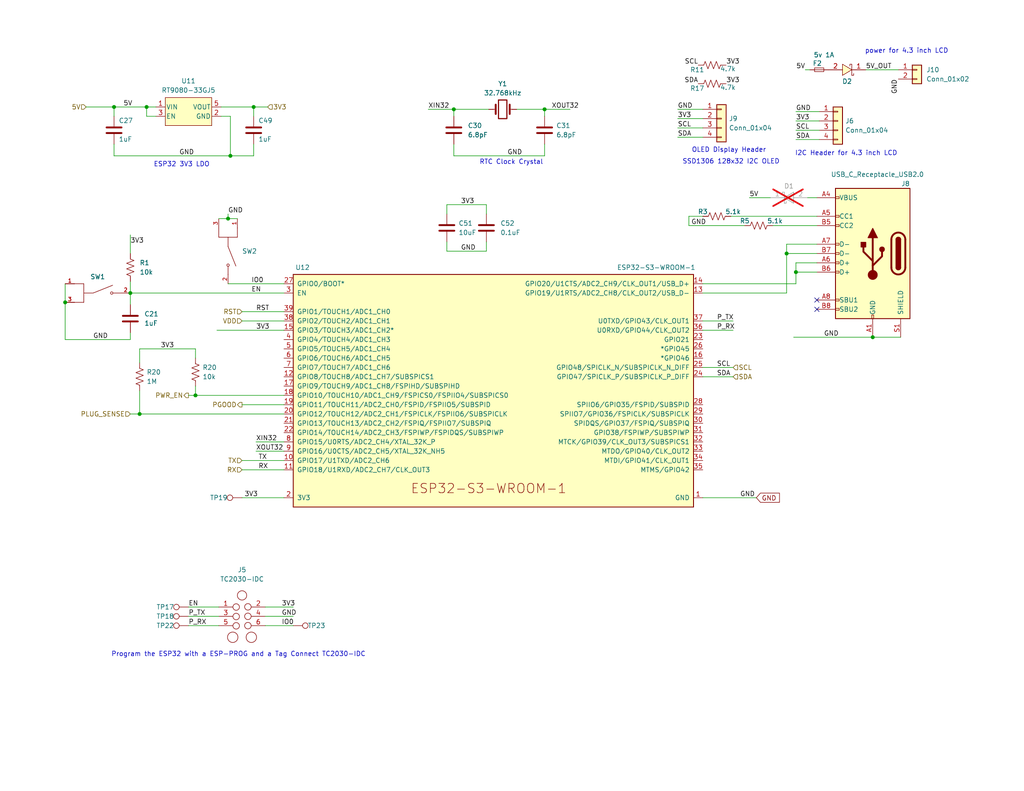
<source format=kicad_sch>
(kicad_sch (version 20231120) (generator "eeschema") (generator_version "8.0")
  (paper "A")
  (title_block (title "BM1366 bitaxe") (date "2023-10-25") (rev "203"))
  (lib_symbols
    (symbol "Connector:TestPoint" (pin_numbers hide) (pin_names (offset 0.762) hide)
      (property "Reference" "TP" (at 0 6.858 0))
      (property "Value" "TestPoint" (at 0 5.08 0))
      (symbol "TestPoint_0_1"
        (circle (center 0 3.302) (radius 0.762))
      )
      (symbol "TestPoint_1_1"
        (pin passive line (at 0 0 90) (length 2.54) (name "1") (number "1"))
      )
    )
    (symbol "Connector:USB_C_Receptacle_USB2.0" (pin_names (offset 1.016))
      (property "Reference" "J" (at -10.16 19.05 0))
      (property "Value" "USB_C_Receptacle_USB2.0" (at 19.05 19.05 0))
      (symbol "USB_C_Receptacle_USB2.0_0_0"
        (rectangle (start -0.254 -17.78) (end 0.254 -16.764))
        (rectangle (start 10.16 -14.986) (end 9.144 -15.494))
        (rectangle (start 10.16 -12.446) (end 9.144 -12.954))
        (rectangle (start 10.16 -4.826) (end 9.144 -5.334))
        (rectangle (start 10.16 -2.286) (end 9.144 -2.794))
        (rectangle (start 10.16 0.254) (end 9.144 -0.254))
        (rectangle (start 10.16 2.794) (end 9.144 2.286))
        (rectangle (start 10.16 7.874) (end 9.144 7.366))
        (rectangle (start 10.16 10.414) (end 9.144 9.906))
        (rectangle (start 10.16 15.494) (end 9.144 14.986))
      )
      (symbol "USB_C_Receptacle_USB2.0_0_1"
        (rectangle (start -10.16 17.78) (end 10.16 -17.78) (stroke (width 0.254)) (fill (type background)))
        (arc (start -8.89 -3.81) (mid -6.985 -5.7067) (end -5.08 -3.81) (stroke (width 0.508)))
        (arc (start -7.62 -3.81) (mid -6.985 -4.4423) (end -6.35 -3.81) (stroke (width 0.254)))
        (arc (start -7.62 -3.81) (mid -6.985 -4.4423) (end -6.35 -3.81) (stroke (width 0.254)) (fill (type outline)))
        (rectangle (start -7.62 -3.81) (end -6.35 3.81) (stroke (width 0.254)) (fill (type outline)))
        (arc (start -6.35 3.81) (mid -6.985 4.4423) (end -7.62 3.81) (stroke (width 0.254)))
        (arc (start -6.35 3.81) (mid -6.985 4.4423) (end -7.62 3.81) (stroke (width 0.254)) (fill (type outline)))
        (arc (start -5.08 3.81) (mid -6.985 5.7067) (end -8.89 3.81) (stroke (width 0.508)))
        (circle (center -2.54 1.143) (radius 0.635) (stroke (width 0.254)) (fill (type outline)))
        (circle (center 0 -5.842) (radius 1.27) (fill (type outline)))
        (polyline (pts (xy -8.89 -3.81) (xy -8.89 3.81)) (stroke (width 0.508)))
        (polyline (pts (xy -5.08 3.81) (xy -5.08 -3.81)) (stroke (width 0.508)))
        (polyline (pts (xy 0 -5.842) (xy 0 4.318)) (stroke (width 0.508)))
        (polyline (pts (xy 0 -3.302) (xy -2.54 -0.762) (xy -2.54 0.508)) (stroke (width 0.508)))
        (polyline (pts (xy 0 -2.032) (xy 2.54 0.508) (xy 2.54 1.778)) (stroke (width 0.508)))
        (polyline (pts (xy -1.27 4.318) (xy 0 6.858) (xy 1.27 4.318) (xy -1.27 4.318)) (stroke (width 0.254)) (fill (type outline)))
        (rectangle (start 1.905 1.778) (end 3.175 3.048) (stroke (width 0.254)) (fill (type outline)))
      )
      (symbol "USB_C_Receptacle_USB2.0_1_1"
        (pin passive line (at 0 -22.86 90) (length 5.08) (name "GND") (number "A1"))
        (pin passive line (at 0 -22.86 90) (length 5.08) hide (name "GND") (number "A12"))
        (pin passive line (at 15.24 15.24 180) (length 5.08) (name "VBUS") (number "A4"))
        (pin bidirectional line (at 15.24 10.16 180) (length 5.08) (name "CC1") (number "A5"))
        (pin bidirectional line (at 15.24 -2.54 180) (length 5.08) (name "D+") (number "A6"))
        (pin bidirectional line (at 15.24 2.54 180) (length 5.08) (name "D-") (number "A7"))
        (pin bidirectional line (at 15.24 -12.7 180) (length 5.08) (name "SBU1") (number "A8"))
        (pin passive line (at 15.24 15.24 180) (length 5.08) hide (name "VBUS") (number "A9"))
        (pin passive line (at 0 -22.86 90) (length 5.08) hide (name "GND") (number "B1"))
        (pin passive line (at 0 -22.86 90) (length 5.08) hide (name "GND") (number "B12"))
        (pin passive line (at 15.24 15.24 180) (length 5.08) hide (name "VBUS") (number "B4"))
        (pin bidirectional line (at 15.24 7.62 180) (length 5.08) (name "CC2") (number "B5"))
        (pin bidirectional line (at 15.24 -5.08 180) (length 5.08) (name "D+") (number "B6"))
        (pin bidirectional line (at 15.24 0 180) (length 5.08) (name "D-") (number "B7"))
        (pin bidirectional line (at 15.24 -15.24 180) (length 5.08) (name "SBU2") (number "B8"))
        (pin passive line (at 15.24 15.24 180) (length 5.08) hide (name "VBUS") (number "B9"))
        (pin passive line (at -7.62 -22.86 90) (length 5.08) (name "SHIELD") (number "S1"))
      )
    )
    (symbol "Connector_Generic:Conn_01x02" (pin_names (offset 1.016) hide)
      (property "Reference" "J" (at 0 2.54 0))
      (property "Value" "Conn_01x02" (at 0 -5.08 0))
      (symbol "Conn_01x02_1_1"
        (rectangle (start -1.27 -2.413) (end 0 -2.667) (stroke (width 0.1524)))
        (rectangle (start -1.27 0.127) (end 0 -0.127) (stroke (width 0.1524)))
        (rectangle (start -1.27 1.27) (end 1.27 -3.81) (stroke (width 0.254)) (fill (type background)))
        (pin passive line (at -5.08 0 0) (length 3.81) (name "Pin_1") (number "1"))
        (pin passive line (at -5.08 -2.54 0) (length 3.81) (name "Pin_2") (number "2"))
      )
    )
    (symbol "Connector_Generic:Conn_01x04" (pin_names (offset 1.016) hide)
      (property "Reference" "J" (at 0 5.08 0))
      (property "Value" "Conn_01x04" (at 0 -7.62 0))
      (symbol "Conn_01x04_1_1"
        (rectangle (start -1.27 -4.953) (end 0 -5.207) (stroke (width 0.1524)))
        (rectangle (start -1.27 -2.413) (end 0 -2.667) (stroke (width 0.1524)))
        (rectangle (start -1.27 0.127) (end 0 -0.127) (stroke (width 0.1524)))
        (rectangle (start -1.27 2.667) (end 0 2.413) (stroke (width 0.1524)))
        (rectangle (start -1.27 3.81) (end 1.27 -6.35) (stroke (width 0.254)) (fill (type background)))
        (pin passive line (at -5.08 2.54 0) (length 3.81) (name "Pin_1") (number "1"))
        (pin passive line (at -5.08 0 0) (length 3.81) (name "Pin_2") (number "2"))
        (pin passive line (at -5.08 -2.54 0) (length 3.81) (name "Pin_3") (number "3"))
        (pin passive line (at -5.08 -5.08 0) (length 3.81) (name "Pin_4") (number "4"))
      )
    )
    (symbol "Device:C" (pin_numbers hide) (pin_names (offset 0.254))
      (property "Reference" "C" (at 0.635 2.54 0))
      (property "Value" "C" (at 0.635 -2.54 0))
      (symbol "C_0_1"
        (polyline (pts (xy -2.032 -0.762) (xy 2.032 -0.762)) (stroke (width 0.508)))
        (polyline (pts (xy -2.032 0.762) (xy 2.032 0.762)) (stroke (width 0.508)))
      )
      (symbol "C_1_1"
        (pin passive line (at 0 3.81 270) (length 2.794) (name "~") (number "1"))
        (pin passive line (at 0 -3.81 90) (length 2.794) (name "~") (number "2"))
      )
    )
    (symbol "Device:Crystal" (pin_numbers hide) (pin_names (offset 1.016) hide)
      (property "Reference" "Y" (at 0 3.81 0))
      (property "Value" "Crystal" (at 0 -3.81 0))
      (symbol "Crystal_0_1"
        (rectangle (start -1.143 2.54) (end 1.143 -2.54) (stroke (width 0.3048)))
        (polyline (pts (xy -2.54 0) (xy -1.905 0)))
        (polyline (pts (xy -1.905 -1.27) (xy -1.905 1.27)) (stroke (width 0.508)))
        (polyline (pts (xy 1.905 -1.27) (xy 1.905 1.27)) (stroke (width 0.508)))
        (polyline (pts (xy 2.54 0) (xy 1.905 0)))
      )
      (symbol "Crystal_1_1"
        (pin passive line (at -3.81 0 0) (length 1.27) (name "1") (number "1"))
        (pin passive line (at 3.81 0 180) (length 1.27) (name "2") (number "2"))
      )
    )
    (symbol "Device:Fuse_Small" (pin_numbers hide) (pin_names (offset 0.254) hide)
      (property "Reference" "F" (at 0 -1.524 0))
      (property "Value" "Fuse_Small" (at 0 1.524 0))
      (symbol "Fuse_Small_0_1"
        (rectangle (start -1.27 0.508) (end 1.27 -0.508))
        (polyline (pts (xy -1.27 0) (xy 1.27 0)))
      )
      (symbol "Fuse_Small_1_1"
        (pin passive line (at -2.54 0 0) (length 1.27) (name "~") (number "1"))
        (pin passive line (at 2.54 0 180) (length 1.27) (name "~") (number "2"))
      )
    )
    (symbol "Device:R_US" (pin_numbers hide) (pin_names (offset 0))
      (property "Reference" "R" (at 2.54 0 90))
      (property "Value" "R_US" (at -2.54 0 90))
      (symbol "R_US_0_1"
        (polyline (pts (xy 0 -2.286) (xy 0 -2.54)))
        (polyline (pts (xy 0 2.286) (xy 0 2.54)))
        (polyline (pts (xy 0 -0.762) (xy 1.016 -1.143) (xy 0 -1.524) (xy -1.016 -1.905) (xy 0 -2.286)))
        (polyline (pts (xy 0 0.762) (xy 1.016 0.381) (xy 0 0) (xy -1.016 -0.381) (xy 0 -0.762)))
        (polyline (pts (xy 0 2.286) (xy 1.016 1.905) (xy 0 1.524) (xy -1.016 1.143) (xy 0 0.762)))
      )
      (symbol "R_US_1_1"
        (pin passive line (at 0 3.81 270) (length 1.27) (name "~") (number "1"))
        (pin passive line (at 0 -3.81 90) (length 1.27) (name "~") (number "2"))
      )
    )
    (symbol "TL3340AF160QG:TL3340AF160QG" (pin_names (offset 1.016))
      (property "Reference" "S" (at -2.54 2.54 0))
      (property "Value" "TL3340AF160QG" (at -2.54 -2.54 0))
      (symbol "TL3340AF160QG_0_0"
        (polyline (pts (xy -5.08 -2.54) (xy -7.62 -2.54)) (stroke (width 0.1524)))
        (polyline (pts (xy -5.08 2.54) (xy -7.62 2.54)) (stroke (width 0.1524)))
        (polyline (pts (xy -5.08 2.54) (xy -5.08 -2.54)) (stroke (width 0.1524)))
        (polyline (pts (xy -2.54 0) (xy -5.08 0)) (stroke (width 0.1524)))
        (polyline (pts (xy -2.54 0) (xy 2.794 2.1336)) (stroke (width 0.1524)))
        (polyline (pts (xy 5.08 0) (xy 2.921 0)) (stroke (width 0.1524)))
        (circle (center 2.54 0) (radius 0.3302) (stroke (width 0.1524)))
        (pin passive line (at -10.16 2.54 0) (length 2.54) (name "~") (number "1"))
        (pin passive line (at 7.62 0 180) (length 2.54) (name "~") (number "2"))
        (pin passive line (at -10.16 -2.54 0) (length 2.54) (name "~") (number "3"))
      )
    )
    (symbol "bitaxe:ESP32-S3-WROOM-1" (pin_names (offset 1.016))
      (property "Reference" "U12" (at -50.8 34.925 0))
      (property "Value" "ESP32-S3-WROOM-1" (at 45.72 34.925 0))
      (symbol "ESP32-S3-WROOM-1_0_0"
        (rectangle (start -53.34 33.02) (end 55.88 -30.48) (stroke (width 0.254)) (fill (type background)))
        (text "ESP32-S3-WROOM-1" (at 0 -25.4 0) (effects (font (size 2.54 2.54))))
        (pin power_in line (at 58.42 -27.94 180) (length 2.54) (name "GND") (number "1"))
        (pin bidirectional line (at -55.88 -17.78 0) (length 2.54) (name "GPIO17/U1TXD/ADC2_CH6") (number "10"))
        (pin bidirectional line (at -55.88 -20.32 0) (length 2.54) (name "GPIO18/U1RXD/ADC2_CH7/CLK_OUT3") (number "11"))
        (pin bidirectional line (at -55.88 5.08 0) (length 2.54) (name "GPIO8/TOUCH8/ADC1_CH7/SUBSPICS1") (number "12"))
        (pin bidirectional line (at 58.42 27.94 180) (length 2.54) (name "GPIO19/U1RTS/ADC2_CH8/CLK_OUT2/USB_D-") (number "13"))
        (pin bidirectional line (at 58.42 30.48 180) (length 2.54) (name "GPIO20/U1CTS/ADC2_CH9/CLK_OUT1/USB_D+") (number "14"))
        (pin bidirectional line (at -55.88 17.78 0) (length 2.54) (name "GPIO3/TOUCH3/ADC1_CH2*") (number "15"))
        (pin bidirectional line (at 58.42 10.16 180) (length 2.54) (name "*GPIO46") (number "16"))
        (pin bidirectional line (at -55.88 2.54 0) (length 2.54) (name "GPIO9/TOUCH9/ADC1_CH8/FSPIHD/SUBSPIHD") (number "17"))
        (pin bidirectional line (at -55.88 0 0) (length 2.54) (name "GPIO10/TOUCH10/ADC1_CH9/FSPICS0/FSPIIO4/SUBSPICS0") (number "18"))
        (pin bidirectional line (at -55.88 -2.54 0) (length 2.54) (name "GPIO11/TOUCH11/ADC2_CH0/FSPID/FSPIIO5/SUBSPID") (number "19"))
        (pin power_in line (at -55.88 -27.94 0) (length 2.54) (name "3V3") (number "2"))
        (pin bidirectional line (at -55.88 -5.08 0) (length 2.54) (name "GPIO12/TOUCH12/ADC2_CH1/FSPICLK/FSPIIO6/SUBSPICLK") (number "20"))
        (pin bidirectional line (at -55.88 -7.62 0) (length 2.54) (name "GPIO13/TOUCH13/ADC2_CH2/FSPIQ/FSPIIO7/SUBSPIQ") (number "21"))
        (pin bidirectional line (at -55.88 -10.16 0) (length 2.54) (name "GPIO14/TOUCH14/ADC2_CH3/FSPIWP/FSPIDQS/SUBSPIWP") (number "22"))
        (pin bidirectional line (at 58.42 15.24 180) (length 2.54) (name "GPIO21") (number "23"))
        (pin bidirectional line (at 58.42 5.08 180) (length 2.54) (name "GPIO47/SPICLK_P/SUBSPICLK_P_DIFF") (number "24"))
        (pin bidirectional line (at 58.42 7.62 180) (length 2.54) (name "GPIO48/SPICLK_N/SUBSPICLK_N_DIFF") (number "25"))
        (pin bidirectional line (at 58.42 12.7 180) (length 2.54) (name "*GPIO45") (number "26"))
        (pin bidirectional line (at -55.88 30.48 0) (length 2.54) (name "GPIO0/BOOT*") (number "27"))
        (pin bidirectional line (at 58.42 -2.54 180) (length 2.54) (name "SPIIO6/GPIO35/FSPID/SUBSPID") (number "28"))
        (pin bidirectional line (at 58.42 -5.08 180) (length 2.54) (name "SPIIO7/GPIO36/FSPICLK/SUBSPICLK") (number "29"))
        (pin input line (at -55.88 27.94 0) (length 2.54) (name "EN") (number "3"))
        (pin bidirectional line (at 58.42 -7.62 180) (length 2.54) (name "SPIDQS/GPIO37/FSPIQ/SUBSPIQ") (number "30"))
        (pin bidirectional line (at 58.42 -10.16 180) (length 2.54) (name "GPIO38/FSPIWP/SUBSPIWP") (number "31"))
        (pin bidirectional line (at 58.42 -12.7 180) (length 2.54) (name "MTCK/GPIO39/CLK_OUT3/SUBSPICS1") (number "32"))
        (pin bidirectional line (at 58.42 -15.24 180) (length 2.54) (name "MTDO/GPIO40/CLK_OUT2") (number "33"))
        (pin bidirectional line (at 58.42 -17.78 180) (length 2.54) (name "MTDI/GPIO41/CLK_OUT1") (number "34"))
        (pin bidirectional line (at 58.42 -20.32 180) (length 2.54) (name "MTMS/GPIO42") (number "35"))
        (pin bidirectional line (at 58.42 17.78 180) (length 2.54) (name "U0RXD/GPIO44/CLK_OUT2") (number "36"))
        (pin bidirectional line (at 58.42 20.32 180) (length 2.54) (name "U0TXD/GPIO43/CLK_OUT1") (number "37"))
        (pin bidirectional line (at -55.88 20.32 0) (length 2.54) (name "GPIO2/TOUCH2/ADC1_CH1") (number "38"))
        (pin bidirectional line (at -55.88 22.86 0) (length 2.54) (name "GPIO1/TOUCH1/ADC1_CH0") (number "39"))
        (pin bidirectional line (at -55.88 15.24 0) (length 2.54) (name "GPIO4/TOUCH4/ADC1_CH3") (number "4"))
        (pin passive line (at 58.42 -27.94 180) (length 2.54) hide (name "GND") (number "40"))
        (pin passive line (at 58.42 -27.94 180) (length 2.54) hide (name "GND") (number "41"))
        (pin bidirectional line (at -55.88 12.7 0) (length 2.54) (name "GPIO5/TOUCH5/ADC1_CH4") (number "5"))
        (pin bidirectional line (at -55.88 10.16 0) (length 2.54) (name "GPIO6/TOUCH6/ADC1_CH5") (number "6"))
        (pin bidirectional line (at -55.88 7.62 0) (length 2.54) (name "GPIO7/TOUCH7/ADC1_CH6") (number "7"))
        (pin bidirectional line (at -55.88 -12.7 0) (length 2.54) (name "GPIO15/U0RTS/ADC2_CH4/XTAL_32K_P") (number "8"))
        (pin bidirectional line (at -55.88 -15.24 0) (length 2.54) (name "GPIO16/U0CTS/ADC2_CH5/XTAL_32K_NH5") (number "9"))
      )
    )
    (symbol "bitaxe:RT9080-33GJ5" (pin_names (offset 0.254))
      (property "Reference" "U" (at -6.35 5.08 0))
      (property "Value" "RT9080-33GJ5" (at 0 -5.08 0))
      (symbol "RT9080-33GJ5_1_1"
        (rectangle (start -6.35 3.81) (end 6.35 -3.81) (stroke (width 0.1524)) (fill (type background)))
        (pin power_in line (at -8.89 1.27 0) (length 2.54) (name "VIN") (number "1"))
        (pin power_in line (at 8.89 -1.27 180) (length 2.54) (name "GND") (number "2"))
        (pin input line (at -8.89 -1.27 0) (length 2.54) (name "EN") (number "3"))
        (pin no_connect line (at 0 6.35 270) (length 2.54) hide (name "NC") (number "4"))
        (pin output line (at 8.89 1.27 180) (length 2.54) (name "VOUT") (number "5"))
      )
    )
    (symbol "bitaxe:TC2030-IDC-NL" (pin_names (offset 1.016) hide)
      (property "Reference" "J5" (at 0 12.7 0))
      (property "Value" "TC2030-IDC" (at 0 10.16 0))
      (symbol "TC2030-IDC-NL_0_1"
        (circle (center -2.54 -5.715) (radius 1.4224))
        (circle (center -1.6002 2.54) (radius 0.889))
        (circle (center 0 5.715) (radius 1.27))
      )
      (symbol "TC2030-IDC-NL_1_1"
        (circle (center -1.6002 -2.5908) (radius 0.889))
        (circle (center -1.6002 -0.0508) (radius 0.889))
        (circle (center 1.6002 -2.54) (radius 0.889))
        (circle (center 1.6002 0) (radius 0.889))
        (circle (center 1.6002 2.5908) (radius 0.889))
        (circle (center 2.54 -5.715) (radius 1.4224))
        (pin passive line (at -6.35 2.54 0) (length 3.81) (name "Pin_1") (number "1"))
        (pin passive line (at 6.35 2.54 180) (length 3.81) (name "Pin_2") (number "2"))
        (pin passive line (at -6.35 0 0) (length 3.81) (name "Pin_3") (number "3"))
        (pin passive line (at 6.35 0 180) (length 3.81) (name "Pin_4") (number "4"))
        (pin passive line (at -6.35 -2.54 0) (length 3.81) (name "Pin_5") (number "5"))
        (pin passive line (at 6.35 -2.54 180) (length 3.81) (name "Pin_6") (number "6"))
      )
    )
    (symbol "lcsc:SS310_C85658"
      (property "Reference" "D" (at 0 5.08 0))
      (property "Value" "SS310_C85658" (at 0 -5.08 0))
      (symbol "SS310_C85658_0_1"
        (polyline (pts (xy -1.27 -1.52) (xy -1.27 1.52)))
        (polyline (pts (xy -1.27 -1.52) (xy -0.76 -1.52) (xy -0.76 -1.02)))
        (polyline (pts (xy -1.27 1.52) (xy -1.78 1.52) (xy -1.78 1.02)))
        (polyline (pts (xy 1.27 1.52) (xy -1.27 0) (xy 1.27 -1.52) (xy 1.27 1.52)) (fill (type background)))
        (pin unspecified line (at -5.08 0 0) (length 3.81) (name "~") (number "1"))
        (pin unspecified line (at 5.08 0 180) (length 3.81) (name "~") (number "2"))
      )
    )
  )
  (junction (at 214.63 69.215))
  (junction (at 123.825 29.845))
  (junction (at 238.125 92.075))
  (junction (at 62.865 42.545))
  (junction (at 217.17 74.295))
  (junction (at 53.34 107.95))
  (junction (at 40.005 29.21))
  (junction (at 148.59 29.845))
  (junction (at 62.23 59.69))
  (junction (at 35.56 80.01))
  (junction (at 38.1 113.03))
  (junction (at 17.78 82.55))
  (junction (at 69.215 29.21))
  (junction (at 31.115 29.21))
  (no_connect (at 222.885 81.915))
  (no_connect (at 222.885 84.455))
  (wire (pts (xy 187.96 59.055) (xy 191.77 59.055)))
  (wire (pts (xy 35.56 113.03) (xy 38.1 113.03)))
  (wire (pts (xy 121.92 55.88) (xy 121.92 58.42)))
  (wire (pts (xy 31.115 29.21) (xy 31.115 31.75)))
  (wire (pts (xy 216.535 92.075) (xy 238.125 92.075)))
  (wire (pts (xy 236.22 19.05) (xy 245.11 19.05)))
  (wire (pts (xy 17.78 77.47) (xy 17.78 82.55)))
  (wire (pts (xy 60.325 31.75) (xy 62.865 31.75)))
  (wire (pts (xy 140.97 29.845) (xy 148.59 29.845)))
  (wire (pts (xy 72.39 168.275) (xy 80.01 168.275)))
  (wire (pts (xy 69.215 39.37) (xy 69.215 42.545)))
  (wire (pts (xy 66.04 110.49) (xy 77.47 110.49)))
  (wire (pts (xy 132.715 68.58) (xy 121.92 68.58)))
  (wire (pts (xy 238.125 92.075) (xy 245.745 92.075)))
  (wire (pts (xy 62.865 31.75) (xy 62.865 42.545)))
  (wire (pts (xy 123.825 42.545) (xy 123.825 39.37)))
  (wire (pts (xy 35.56 76.835) (xy 35.56 80.01)))
  (wire (pts (xy 72.39 165.735) (xy 80.01 165.735)))
  (wire (pts (xy 69.215 29.21) (xy 69.215 31.75)))
  (wire (pts (xy 38.1 99.06) (xy 38.1 95.25)))
  (wire (pts (xy 77.47 125.73) (xy 66.04 125.73)))
  (wire (pts (xy 132.715 66.04) (xy 132.715 68.58)))
  (wire (pts (xy 217.17 30.48) (xy 223.52 30.48)))
  (wire (pts (xy 40.005 29.21) (xy 42.545 29.21)))
  (wire (pts (xy 35.56 80.01) (xy 35.56 83.185)))
  (wire (pts (xy 17.78 82.55) (xy 17.78 92.71)))
  (wire (pts (xy 148.59 29.845) (xy 155.575 29.845)))
  (wire (pts (xy 69.85 120.65) (xy 77.47 120.65)))
  (wire (pts (xy 77.47 85.09) (xy 66.04 85.09)))
  (wire (pts (xy 214.63 69.215) (xy 214.63 80.01)))
  (wire (pts (xy 116.84 29.845) (xy 123.825 29.845)))
  (wire (pts (xy 220.98 19.05) (xy 219.71 19.05)))
  (wire (pts (xy 123.825 42.545) (xy 148.59 42.545)))
  (wire (pts (xy 203.2 61.595) (xy 187.96 61.595)))
  (wire (pts (xy 123.825 29.845) (xy 123.825 31.75)))
  (wire (pts (xy 23.495 29.21) (xy 31.115 29.21)))
  (wire (pts (xy 17.78 92.71) (xy 35.56 92.71)))
  (wire (pts (xy 72.39 170.815) (xy 80.01 170.815)))
  (wire (pts (xy 217.17 74.295) (xy 222.885 74.295)))
  (wire (pts (xy 199.39 59.055) (xy 222.885 59.055)))
  (wire (pts (xy 69.85 123.19) (xy 77.47 123.19)))
  (wire (pts (xy 184.912 29.845) (xy 191.77 29.845)))
  (wire (pts (xy 59.69 59.69) (xy 62.23 59.69)))
  (wire (pts (xy 62.23 58.42) (xy 62.23 59.69)))
  (wire (pts (xy 191.77 90.17) (xy 200.025 90.17)))
  (wire (pts (xy 35.56 80.01) (xy 77.47 80.01)))
  (wire (pts (xy 222.885 66.675) (xy 214.63 66.675)))
  (wire (pts (xy 77.47 128.27) (xy 66.04 128.27)))
  (wire (pts (xy 214.63 69.215) (xy 222.885 69.215)))
  (wire (pts (xy 123.825 29.845) (xy 133.35 29.845)))
  (wire (pts (xy 51.435 170.815) (xy 59.69 170.815)))
  (wire (pts (xy 191.77 102.87) (xy 200.025 102.87)))
  (wire (pts (xy 69.215 29.21) (xy 73.025 29.21)))
  (wire (pts (xy 31.115 29.21) (xy 40.005 29.21)))
  (wire (pts (xy 62.23 59.69) (xy 64.77 59.69)))
  (wire (pts (xy 38.1 113.03) (xy 77.47 113.03)))
  (wire (pts (xy 51.435 107.95) (xy 53.34 107.95)))
  (wire (pts (xy 184.912 34.925) (xy 191.77 34.925)))
  (wire (pts (xy 217.17 38.1) (xy 223.52 38.1)))
  (wire (pts (xy 53.34 107.95) (xy 77.47 107.95)))
  (wire (pts (xy 191.77 135.89) (xy 206.375 135.89)))
  (wire (pts (xy 51.435 168.275) (xy 59.69 168.275)))
  (wire (pts (xy 31.115 42.545) (xy 31.115 39.37)))
  (wire (pts (xy 66.04 87.63) (xy 77.47 87.63)))
  (wire (pts (xy 35.56 90.805) (xy 35.56 92.71)))
  (wire (pts (xy 121.92 68.58) (xy 121.92 66.04)))
  (wire (pts (xy 59.182 90.17) (xy 77.47 90.17)))
  (wire (pts (xy 187.96 61.595) (xy 187.96 59.055)))
  (wire (pts (xy 42.545 31.75) (xy 40.005 31.75)))
  (wire (pts (xy 148.59 29.845) (xy 148.59 31.75)))
  (wire (pts (xy 51.435 165.735) (xy 59.69 165.735)))
  (wire (pts (xy 191.77 77.47) (xy 217.17 77.47)))
  (wire (pts (xy 191.77 100.33) (xy 200.025 100.33)))
  (wire (pts (xy 217.17 74.295) (xy 217.17 71.755)))
  (wire (pts (xy 217.17 77.47) (xy 217.17 74.295)))
  (wire (pts (xy 191.77 87.63) (xy 200.025 87.63)))
  (wire (pts (xy 40.005 31.75) (xy 40.005 29.21)))
  (wire (pts (xy 62.23 77.47) (xy 77.47 77.47)))
  (wire (pts (xy 148.59 39.37) (xy 148.59 42.545)))
  (wire (pts (xy 132.715 55.88) (xy 121.92 55.88)))
  (wire (pts (xy 53.34 105.41) (xy 53.34 107.95)))
  (wire (pts (xy 220.345 53.975) (xy 222.885 53.975)))
  (wire (pts (xy 210.82 61.595) (xy 222.885 61.595)))
  (wire (pts (xy 38.1 95.25) (xy 53.34 95.25)))
  (wire (pts (xy 217.17 71.755) (xy 222.885 71.755)))
  (wire (pts (xy 191.77 80.01) (xy 214.63 80.01)))
  (wire (pts (xy 53.34 97.79) (xy 53.34 95.25)))
  (wire (pts (xy 66.04 135.89) (xy 77.47 135.89)))
  (wire (pts (xy 184.912 37.465) (xy 191.77 37.465)))
  (wire (pts (xy 132.715 58.42) (xy 132.715 55.88)))
  (wire (pts (xy 184.912 32.385) (xy 191.77 32.385)))
  (wire (pts (xy 217.17 33.02) (xy 223.52 33.02)))
  (wire (pts (xy 69.215 42.545) (xy 62.865 42.545)))
  (wire (pts (xy 217.17 35.56) (xy 223.52 35.56)))
  (wire (pts (xy 35.56 64.135) (xy 35.56 69.215)))
  (wire (pts (xy 60.325 29.21) (xy 69.215 29.21)))
  (wire (pts (xy 214.63 66.675) (xy 214.63 69.215)))
  (wire (pts (xy 204.47 53.975) (xy 210.185 53.975)))
  (wire (pts (xy 62.865 42.545) (xy 31.115 42.545)))
  (wire (pts (xy 38.1 106.68) (xy 38.1 113.03)))
  (text "I2C Header for 4.3 inch LCD" (at 216.916 42.672 0) (effects (font (size 1.27 1.27)) (justify left bottom)))
  (text "RTC Clock Crystal" (at 130.81 45.085 0) (effects (font (size 1.27 1.27)) (justify left bottom)))
  (text "ESP32 3V3 LDO" (at 41.91 45.72 0) (effects (font (size 1.27 1.27)) (justify left bottom)))
  (text "Program the ESP32 with a ESP-PROG and a Tag Connect TC2030-IDC" (at 30.353 179.451 0) (effects (font (size 1.27 1.27)) (justify left bottom)))
  (text "SSD1306 128x32 I2C OLED" (at 186.182 44.958 0) (effects (font (size 1.27 1.27)) (justify left bottom)))
  (text "power for 4.3 inch LCD" (at 235.966 14.732 0) (effects (font (size 1.27 1.27)) (justify left bottom)))
  (text "OLED Display Header" (at 188.722 41.783 0) (effects (font (size 1.27 1.27)) (justify left bottom)))
  (label "P_RX" (at 51.435 170.815 0))
  (label "5V_OUT" (at 236.22 19.05 0))
  (label "RST" (at 69.85 85.09 0))
  (label "5V" (at 204.47 53.975 0))
  (label "P_TX" (at 51.435 168.275 0))
  (label "3V3" (at 43.815 95.25 0))
  (label "EN" (at 51.435 165.735 0))
  (label "GND" (at 184.912 29.845 0))
  (label "GND" (at 224.79 92.075 0))
  (label "XOUT32" (at 150.495 29.845 0))
  (label "EN" (at 68.58 80.01 0))
  (label "P_RX" (at 195.58 90.17 0))
  (label "IO0" (at 68.58 77.47 0))
  (label "GND" (at 125.73 68.58 0))
  (label "3V3" (at 66.675 135.89 0))
  (label "SDA" (at 217.17 38.1 0))
  (label "SDA" (at 195.58 102.87 0))
  (label "5V" (at 219.71 19.05 180))
  (label "GND" (at 217.17 30.48 0))
  (label "GND" (at 188.595 61.595 0))
  (label "XIN32" (at 69.85 120.65 0))
  (label "3V3" (at 198.12 17.78 0))
  (label "TX" (at 70.485 125.73 0))
  (label "GND" (at 138.43 42.545 0))
  (label "3V3" (at 76.835 165.735 0))
  (label "3V3" (at 69.85 90.17 0))
  (label "SCL" (at 190.5 17.78 180))
  (label "3V3" (at 217.17 33.02 0))
  (label "IO0" (at 76.835 170.815 0))
  (label "SCL" (at 195.58 100.33 0))
  (label "XOUT32" (at 69.85 123.19 0))
  (label "SCL" (at 184.912 34.925 0))
  (label "XIN32" (at 116.84 29.845 0))
  (label "GND" (at 201.93 135.89 0))
  (label "GND" (at 62.23 58.42 0))
  (label "SDA" (at 184.912 37.465 0))
  (label "3V3" (at 125.73 55.88 0))
  (label "P_TX" (at 195.58 87.63 0))
  (label "3V3" (at 184.912 32.385 0))
  (label "GND" (at 25.4 92.71 0))
  (label "5V" (at 33.655 29.21 0))
  (label "SDA" (at 190.5 22.86 180))
  (label "3V3" (at 198.12 22.86 0))
  (label "GND" (at 76.835 168.275 0))
  (label "GND" (at 48.895 42.545 0))
  (label "3V3" (at 35.56 66.675 0))
  (label "RX" (at 70.485 128.27 0))
  (label "GND" (at 245.11 21.59 270))
  (label "SCL" (at 217.17 35.56 0))
  (global_label "GND" (shape input) (at 206.375 135.89 0) (property "Intersheetrefs" "${INTERSHEET_REFS}" (effects (hide yes))))
  (hierarchical_label "TX" (shape input) (at 66.04 125.73 180))
  (hierarchical_label "RX" (shape input) (at 66.04 128.27 180))
  (hierarchical_label "3V3" (shape input) (at 73.025 29.21 0))
  (hierarchical_label "PLUG_SENSE" (shape input) (at 35.56 113.03 180))
  (hierarchical_label "SCL" (shape input) (at 200.025 100.33 0))
  (hierarchical_label "RST" (shape input) (at 66.04 85.09 180))
  (hierarchical_label "SDA" (shape input) (at 200.025 102.87 0))
  (hierarchical_label "PGOOD" (shape output) (at 66.04 110.49 180))
  (hierarchical_label "PWR_EN" (shape output) (at 51.435 107.95 180))
  (hierarchical_label "5V" (shape input) (at 23.495 29.21 180))
  (hierarchical_label "VDD" (shape input) (at 66.04 87.63 180))
  (symbol (lib_id "Device:C") (at 35.56 86.995 0) (unit 1)
    (property "Reference" "C21" (at 39.37 85.7249 0) (effects (justify left)))
    (property "Value" "1uF" (at 39.37 88.2649 0) (effects (justify left)))
    (property "Footprint" "Capacitor_SMD:C_0402_1005Metric" (effects (hide yes)))
    (property "DK" "587-5514-1-ND" (effects (hide yes)))
    (property "PARTNO" "EMK105BJ105MV-F" (effects (hide yes)))
  )
  (symbol (lib_id "Device:C") (at 123.825 35.56 0) (unit 1)
    (property "Reference" "C30" (at 127.635 34.2899 0) (effects (justify left)))
    (property "Value" "6.8pF" (at 127.635 36.8299 0) (effects (justify left)))
    (property "Footprint" "Capacitor_SMD:C_0402_1005Metric" (effects (hide yes)))
    (property "DK" "399-C0402C689C5GAC7867CT-ND" (effects (hide yes)))
    (property "PARTNO" "C0402C689C5GAC7867" (effects (hide yes)))
  )
  (symbol (lib_id "Device:R_US") (at 207.01 61.595 90) (unit 1)
    (property "Reference" "R5" (at 203.2 60.325 90))
    (property "Value" "5.1k" (at 211.455 60.325 90))
    (property "Footprint" "Resistor_SMD:R_0402_1005Metric" (effects (hide yes)))
    (property "DK" "RMCF0402JT5K10CT-ND" (effects (hide yes)))
    (property "PARTNO" "RMCF0402JT5K10" (effects (hide yes)))
  )
  (symbol (lib_id "Device:C") (at 132.715 62.23 0) (unit 1)
    (property "Reference" "C52" (at 136.525 60.9599 0) (effects (justify left)))
    (property "Value" "0.1uF" (at 136.525 63.4999 0) (effects (justify left)))
    (property "Footprint" "Capacitor_SMD:C_0402_1005Metric" (effects (hide yes)))
    (property "DK" "1292-1639-1-ND" (effects (hide yes)))
    (property "PARTNO" "0402X104K100CT" (effects (hide yes)))
  )
  (symbol (lib_id "Device:R_US") (at 194.31 22.86 90) (unit 1)
    (property "Reference" "R17" (at 190.246 24.13 90))
    (property "Value" "4.7k" (at 198.628 23.876 90))
    (property "Footprint" "Resistor_SMD:R_0402_1005Metric" (effects (hide yes)))
    (property "DK" "RMCF0402JT5K10CT-ND" (effects (hide yes)))
    (property "PARTNO" "RMCF0402JT5K10" (effects (hide yes)))
  )
  (symbol (lib_id "Device:R_US") (at 194.31 17.78 90) (unit 1)
    (property "Reference" "R11" (at 190.246 19.05 90))
    (property "Value" "4.7k" (at 198.628 18.796 90))
    (property "Footprint" "Resistor_SMD:R_0402_1005Metric" (effects (hide yes)))
    (property "DK" "RMCF0402JT5K10CT-ND" (effects (hide yes)))
    (property "PARTNO" "RMCF0402JT5K10" (effects (hide yes)))
  )
  (symbol (lib_id "Device:R_US") (at 38.1 102.87 0) (unit 1)
    (property "Reference" "R20" (at 40.005 101.6 0) (effects (justify left)))
    (property "Value" "1M" (at 40.005 104.14 0) (effects (justify left)))
    (property "Footprint" "Resistor_SMD:R_0402_1005Metric" (effects (hide yes)))
    (property "DK" "311-1.00MLRCT-ND" (effects (hide yes)))
    (property "PARTNO" "RC0402FR-071ML" (effects (hide yes)))
  )
  (symbol (lib_id "Connector_Generic:Conn_01x02") (at 250.19 19.05 0) (unit 1)
    (property "Reference" "J10" (at 252.73 19.0499 0) (effects (justify left)))
    (property "Value" "Conn_01x02" (at 252.73 21.5899 0) (effects (justify left)))
    (property "Footprint" "Connector_PinSocket_2.54mm:PinSocket_1x02_P2.54mm_Vertical" (effects (hide yes)))
    (property "Description" "Generic connector, single row, 01x02, script generated (kicad-library-utils/schlib/autogen/connector/)" (effects (hide yes)))
  )
  (symbol (lib_id "Connector_Generic:Conn_01x04") (at 196.85 32.385 0) (unit 1) (in_bom no)
    (property "Reference" "J9" (at 198.882 32.3849 0) (effects (justify left)))
    (property "Value" "Conn_01x04" (at 198.882 34.9249 0) (effects (justify left)))
    (property "Footprint" "Connector_PinSocket_2.54mm:PinSocket_1x04_P2.54mm_Vertical" (effects (hide yes)))
    (property "DK" "NPTC041KFXC-RC" (effects (hide yes)))
  )
  (symbol (lib_id "TL3340AF160QG:TL3340AF160QG") (at 62.23 69.85 270) (unit 1)
    (property "Reference" "SW2" (at 66.04 68.5799 90) (effects (justify left)))
    (property "Value" "GT-TC029B-H025-L1N" (effects (hide yes)))
    (property "Footprint" "bitaxe:SW_TL3340AF160QG" (effects (hide yes)))
    (property "Datasheet" "https://www.citrelay.com/Catalog%20Pages/SwitchCatalog/CS1213.pdf" (effects (hide yes)))
    (property "DK" "2449-CS1213AGF260CT-ND" (effects (hide yes)))
    (property "PARTNO" "CS1213AGF260" (effects (hide yes)))
    (property "MF" "E-Switch" (effects (hide yes)))
    (property "DESCRIPTION" "Tactile Switch SPST-NO Side Actuated Surface Mount, Right Angle" (effects (hide yes)))
    (property "PACKAGE" "None" (effects (hide yes)))
    (property "PRICE" "None" (effects (hide yes)))
    (property "MP" "TL3340AF160QG" (effects (hide yes)))
    (property "AVAILABILITY" "In Stock" (effects (hide yes)))
    (property "PURCHASE-URL" "https://pricing.snapeda.com/search/part/TL3340AF160QG/?ref=eda" (effects (hide yes)))
  )
  (symbol (lib_id "Device:C") (at 148.59 35.56 0) (unit 1)
    (property "Reference" "C31" (at 151.765 34.2899 0) (effects (justify left)))
    (property "Value" "6.8pF" (at 151.765 36.8299 0) (effects (justify left)))
    (property "Footprint" "Capacitor_SMD:C_0402_1005Metric" (effects (hide yes)))
    (property "DK" "399-C0402C689C5GAC7867CT-ND" (effects (hide yes)))
    (property "PARTNO" "C0402C689C5GAC7867" (effects (hide yes)))
  )
  (symbol (lib_id "bitaxe:RT9080-33GJ5") (at 51.435 30.48 0) (unit 1)
    (property "Reference" "U11" (at 51.435 22.098 0))
    (property "Value" "RT9080-33GJ5" (at 51.435 24.638 0))
    (property "Footprint" "bitaxe:RT9080-33GJ5" (effects (hide yes)))
    (property "Datasheet" "https://www.richtek.com/assets/product_file/RT9080/DS9080-05.pdf" (effects (hide yes)))
    (property "DK" "1028-1509-1-ND" (effects (hide yes)))
    (property "PARTNO" "RT9080-33GJ5" (effects (hide yes)))
  )
  (symbol (lib_id "Connector:TestPoint") (at 51.435 168.275 90) (mirror x) (unit 1) (in_bom no)
    (property "Reference" "TP18" (at 45.085 168.275 90))
    (property "Value" "TestPoint" (effects (hide yes)))
    (property "Footprint" "TestPoint:TestPoint_Pad_D1.5mm" (effects (hide yes)))
  )
  (symbol (lib_id "Connector:TestPoint") (at 80.01 170.815 270) (mirror x) (unit 1) (in_bom no)
    (property "Reference" "TP23" (at 86.36 170.815 90))
    (property "Value" "TestPoint" (effects (hide yes)))
    (property "Footprint" "TestPoint:TestPoint_Pad_D1.5mm" (effects (hide yes)))
  )
  (symbol (lib_id "Connector_Generic:Conn_01x04") (at 228.6 33.02 0) (unit 1) (in_bom no)
    (property "Reference" "J6" (at 230.632 33.0199 0) (effects (justify left)))
    (property "Value" "Conn_01x04" (at 230.632 35.5599 0) (effects (justify left)))
    (property "Footprint" "Connector_PinSocket_2.54mm:PinSocket_1x04_P2.54mm_Vertical" (effects (hide yes)))
    (property "DK" "NPTC041KFXC-RC" (effects (hide yes)))
  )
  (symbol (lib_id "Device:R_US") (at 195.58 59.055 90) (unit 1)
    (property "Reference" "R3" (at 191.77 57.785 90))
    (property "Value" "5.1k" (at 200.025 57.785 90))
    (property "Footprint" "Resistor_SMD:R_0402_1005Metric" (effects (hide yes)))
    (property "DK" "RMCF0402JT5K10CT-ND" (effects (hide yes)))
    (property "PARTNO" "RMCF0402JT5K10" (effects (hide yes)))
  )
  (symbol (lib_id "Device:R_US") (at 35.56 73.025 0) (unit 1)
    (property "Reference" "R1" (at 38.1 71.7549 0) (effects (justify left)))
    (property "Value" "10k" (at 38.1 74.2949 0) (effects (justify left)))
    (property "Footprint" "Resistor_SMD:R_0402_1005Metric" (effects (hide yes)))
    (property "DK" "311-10KJRCT-ND" (effects (hide yes)))
    (property "PARTNO" "RC0402JR-0710KL" (effects (hide yes)))
  )
  (symbol (lib_id "lcsc:SS310_C85658") (at 231.14 19.05 180) (unit 1)
    (property "Reference" "D2" (at 231.14 22.225 0))
    (property "Value" "SS310" (effects (hide yes)))
    (property "Footprint" "Diode_SMD:D_SMA" (effects (hide yes)))
    (property "Datasheet" "https://www.mccsemi.com/pdf/Products/SK32A-L-SK310A-L(DO-214AC).pdf" (effects (hide yes)))
    (property "DK" "SK310A-LTPMSCT-ND" (effects (hide yes)))
    (property "PARTNO" "SK310A-LTP" (effects (hide yes)))
  )
  (symbol (lib_id "lcsc:SS310_C85658") (at 215.265 53.975 0) (unit 1) (dnp yes)
    (property "Reference" "D1" (at 215.265 50.8 0))
    (property "Value" "SS310" (effects (hide yes)))
    (property "Footprint" "Diode_SMD:D_SMA" (effects (hide yes)))
    (property "Datasheet" "https://www.mccsemi.com/pdf/Products/SK32A-L-SK310A-L(DO-214AC).pdf" (effects (hide yes)))
    (property "DK" "SK310A-LTPMSCT-ND" (effects (hide yes)))
    (property "PARTNO" "SK310A-LTP" (effects (hide yes)))
  )
  (symbol (lib_id "bitaxe:TC2030-IDC-NL") (at 66.04 168.275 0) (unit 1) (in_bom no)
    (property "Reference" "J5" (at 66.04 155.575 0))
    (property "Value" "TC2030-IDC" (at 66.04 158.115 0))
    (property "Footprint" "bitaxe:Tag-Connect_TC2030-IDC-NL_2x03_P1.27mm_Vertical" (effects (hide yes)))
  )
  (symbol (lib_id "Device:C") (at 69.215 35.56 0) (unit 1)
    (property "Reference" "C49" (at 70.485 33.655 0) (effects (justify left bottom)))
    (property "Value" "1uF" (at 70.485 38.735 0) (effects (justify left bottom)))
    (property "Footprint" "Capacitor_SMD:C_0402_1005Metric" (effects (hide yes)))
    (property "DK" "587-5514-1-ND" (effects (hide yes)))
    (property "PARTNO" "EMK105BJ105MV-F" (effects (hide yes)))
  )
  (symbol (lib_id "Device:Fuse_Small") (at 223.52 19.05 0) (unit 1)
    (property "Reference" "F2" (at 221.742 17.272 0) (effects (justify left)))
    (property "Value" "5v 1A" (at 221.996 14.9859 0) (effects (justify left)))
    (property "Footprint" "Fuse:Fuse_0603_1608Metric" (effects (hide yes)))
    (property "Description" "Fuse, small symbol" (effects (hide yes)))
  )
  (symbol (lib_id "Device:C") (at 121.92 62.23 0) (unit 1)
    (property "Reference" "C51" (at 125.095 60.9599 0) (effects (justify left)))
    (property "Value" "10uF" (at 125.095 63.4999 0) (effects (justify left)))
    (property "Footprint" "Capacitor_SMD:C_0805_2012Metric" (effects (hide yes)))
    (property "DK" "1276-1096-1-ND" (effects (hide yes)))
    (property "PARTNO" "CL21A106KOQNNNE" (effects (hide yes)))
  )
  (symbol (lib_id "Device:Crystal") (at 137.16 29.845 0) (unit 1)
    (property "Reference" "Y1" (at 137.16 22.86 0))
    (property "Value" "32.768kHz" (at 137.16 25.4 0))
    (property "Footprint" "bitaxe:SC32S-7PF20PPM" (effects (hide yes)))
    (property "Datasheet" "https://www.sii.co.jp/en/quartz/files/2013/03/SC-32S_Leaflet_e20151217.pdf" (effects (hide yes)))
    (property "DK" "728-1074-1-ND" (effects (hide yes)))
    (property "PARTNO" "SC32S-7PF20PPM" (effects (hide yes)))
  )
  (symbol (lib_id "Device:R_US") (at 53.34 101.6 0) (unit 1)
    (property "Reference" "R20" (at 55.245 100.33 0) (effects (justify left)))
    (property "Value" "10k" (at 55.245 102.87 0) (effects (justify left)))
    (property "Footprint" "Resistor_SMD:R_0402_1005Metric" (effects (hide yes)))
    (property "DK" "311-10KJRCT-ND" (effects (hide yes)))
    (property "PARTNO" "RC0402JR-0710KL" (effects (hide yes)))
  )
  (symbol (lib_id "Connector:USB_C_Receptacle_USB2.0") (at 238.125 69.215 0) (mirror y) (unit 1)
    (property "Reference" "J8" (at 248.285 50.165 0) (effects (justify left)))
    (property "Value" "USB_C_Receptacle_USB2.0" (at 226.695 47.625 0) (effects (justify right)))
    (property "Footprint" "Connector_USB:USB_C_Receptacle_GCT_USB4105-xx-A_16P_TopMnt_Horizontal" (effects (hide yes)))
    (property "Datasheet" "https://gct.co/connector/usb4105" (effects (hide yes)))
    (property "DK" "2073-USB4105-GF-ACT-ND" (effects (hide yes)))
    (property "PARTNO" "USB4105-GF-A" (effects (hide yes)))
  )
  (symbol (lib_id "Connector:TestPoint") (at 66.04 135.89 90) (mirror x) (unit 1) (in_bom no)
    (property "Reference" "TP19" (at 59.69 135.89 90))
    (property "Value" "TestPoint" (effects (hide yes)))
    (property "Footprint" "TestPoint:TestPoint_Pad_D1.5mm" (effects (hide yes)))
  )
  (symbol (lib_id "Connector:TestPoint") (at 51.435 165.735 90) (mirror x) (unit 1) (in_bom no)
    (property "Reference" "TP17" (at 45.085 165.735 90))
    (property "Value" "TestPoint" (effects (hide yes)))
    (property "Footprint" "TestPoint:TestPoint_Pad_D1.5mm" (effects (hide yes)))
  )
  (symbol (lib_id "Connector:TestPoint") (at 51.435 170.815 90) (mirror x) (unit 1) (in_bom no)
    (property "Reference" "TP22" (at 45.085 170.815 90))
    (property "Value" "TestPoint" (effects (hide yes)))
    (property "Footprint" "TestPoint:TestPoint_Pad_D1.5mm" (effects (hide yes)))
  )
  (symbol (lib_id "Device:C") (at 31.115 35.56 0) (unit 1)
    (property "Reference" "C27" (at 32.385 33.655 0) (effects (justify left bottom)))
    (property "Value" "1uF" (at 32.385 38.735 0) (effects (justify left bottom)))
    (property "Footprint" "Capacitor_SMD:C_0402_1005Metric" (effects (hide yes)))
    (property "DK" "587-5514-1-ND" (effects (hide yes)))
    (property "PARTNO" "EMK105BJ105MV-F" (effects (hide yes)))
  )
  (symbol (lib_id "bitaxe:ESP32-S3-WROOM-1") (at 133.35 107.95 0) (unit 1)
    (property "Reference" "U12" (at 82.55 73.025 0))
    (property "Value" "ESP32-S3-WROOM-1" (at 179.07 73.025 0))
    (property "Footprint" "bitaxe:ESP32-S3-WROOM-1" (effects (hide yes)))
    (property "Datasheet" "https://www.espressif.com/sites/default/files/documentation/esp32-s3-wroom-1_wroom-1u_datasheet_en.pdf" (effects (hide yes)))
    (property "DK" "1965-ESP32-S3-WROOM-1-N16R8CT-ND" (effects (hide yes)))
    (property "PARTNO" "ESP32-S3-WROOM-1-N16R8" (effects (hide yes)))
  )
  (symbol (lib_id "TL3340AF160QG:TL3340AF160QG") (at 27.94 80.01 0) (unit 1)
    (property "Reference" "SW1" (at 26.67 75.565 0))
    (property "Value" "GT-TC029B-H025-L1N" (effects (hide yes)))
    (property "Footprint" "bitaxe:SW_TL3340AF160QG" (effects (hide yes)))
    (property "Datasheet" "https://www.citrelay.com/Catalog%20Pages/SwitchCatalog/CS1213.pdf" (effects (hide yes)))
    (property "DK" "2449-CS1213AGF260CT-ND" (effects (hide yes)))
    (property "PARTNO" "CS1213AGF260" (effects (hide yes)))
    (property "MF" "E-Switch" (effects (hide yes)))
    (property "DESCRIPTION" "Tactile Switch SPST-NO Side Actuated Surface Mount, Right Angle" (effects (hide yes)))
    (property "PACKAGE" "None" (effects (hide yes)))
    (property "PRICE" "None" (effects (hide yes)))
    (property "MP" "TL3340AF160QG" (effects (hide yes)))
    (property "AVAILABILITY" "In Stock" (effects (hide yes)))
    (property "PURCHASE-URL" "https://pricing.snapeda.com/search/part/TL3340AF160QG/?ref=eda" (effects (hide yes)))
  )
)
</source>
